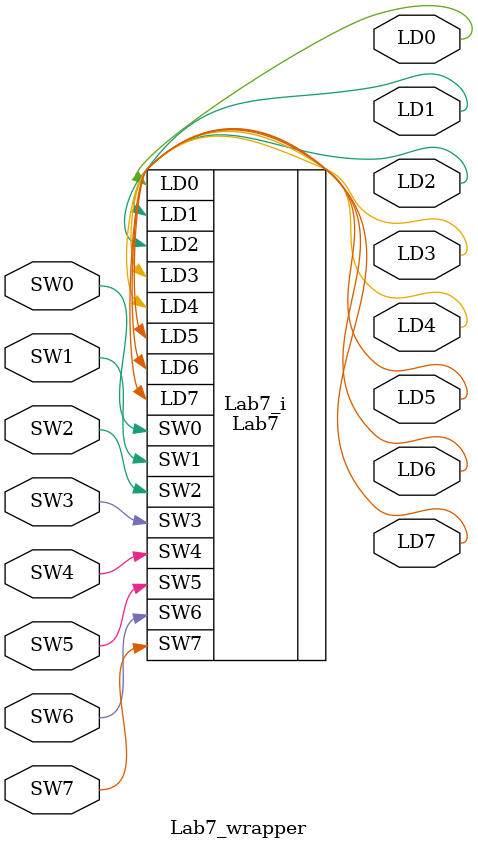
<source format=v>
`timescale 1 ps / 1 ps

module Lab7_wrapper
   (LD0,
    LD1,
    LD2,
    LD3,
    LD4,
    LD5,
    LD6,
    LD7,
    SW0,
    SW1,
    SW2,
    SW3,
    SW4,
    SW5,
    SW6,
    SW7);
  output LD0;
  output LD1;
  output LD2;
  output LD3;
  output LD4;
  output LD5;
  output LD6;
  output LD7;
  input SW0;
  input SW1;
  input SW2;
  input SW3;
  input SW4;
  input SW5;
  input SW6;
  input SW7;

  wire LD0;
  wire LD1;
  wire LD2;
  wire LD3;
  wire LD4;
  wire LD5;
  wire LD6;
  wire LD7;
  wire SW0;
  wire SW1;
  wire SW2;
  wire SW3;
  wire SW4;
  wire SW5;
  wire SW6;
  wire SW7;

  Lab7 Lab7_i
       (.LD0(LD0),
        .LD1(LD1),
        .LD2(LD2),
        .LD3(LD3),
        .LD4(LD4),
        .LD5(LD5),
        .LD6(LD6),
        .LD7(LD7),
        .SW0(SW0),
        .SW1(SW1),
        .SW2(SW2),
        .SW3(SW3),
        .SW4(SW4),
        .SW5(SW5),
        .SW6(SW6),
        .SW7(SW7));
endmodule

</source>
